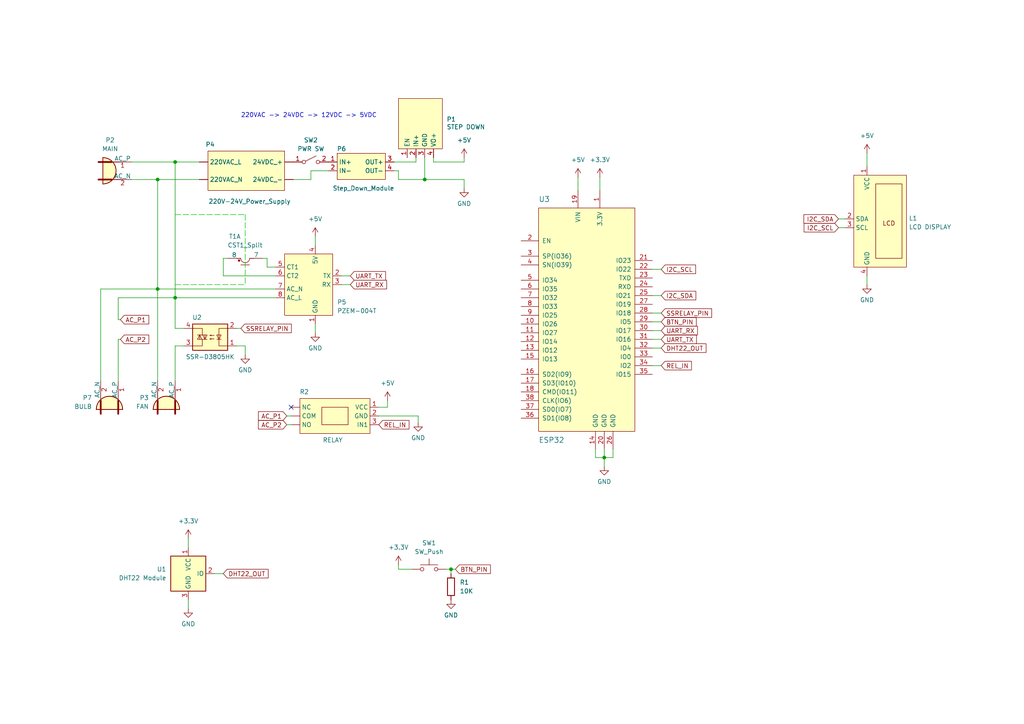
<source format=kicad_sch>
(kicad_sch (version 20230121) (generator eeschema)
  (paper "A4")
  (title_block (title "Poultry Farm IoT Project PCB"))
  (lib_symbols
    (symbol "Connector:Conn_WallPlug" (pin_names (offset 0))
      (property "Reference" "P" (at -1.27 4.445 0))
      (property "Value" "Conn_WallPlug" (at -5.715 0 90))
      (symbol "Conn_WallPlug_0_1"
        (arc (start -3.175 -3.81) (mid 0.6184 0) (end -3.175 3.81) (stroke (width 0.254)) (fill (type background)))
        (polyline (pts (xy -4.445 -2.54) (xy -0.635 -2.54)) (stroke (width 0.508)))
        (polyline (pts (xy -4.445 2.54) (xy -0.635 2.54)) (stroke (width 0.508)))
        (polyline (pts (xy -3.175 -3.81) (xy -3.175 3.81)) (stroke (width 0.254)))
        (polyline (pts (xy -0.635 -2.54) (xy 2.54 -2.54)))
        (polyline (pts (xy -0.635 2.54) (xy 2.54 2.54)))
      )
      (symbol "Conn_WallPlug_1_1"
        (pin power_out line (at 5.08 2.54 180) (length 5.08) (name "AC_P") (number "1"))
        (pin power_out line (at 5.08 -2.54 180) (length 5.08) (name "AC_N") (number "2"))
      )
    )
    (symbol "Custom Library:1_Channel_Relay_Module"
      (property "Reference" "R" (at 7.62 6.35 0))
      (property "Value" "1_Channel_Relay_Module" (at 0 -7.62 0))
      (symbol "1_Channel_Relay_Module_0_1"
        (rectangle (start -11.43 5.08) (end 8.89 -5.08) (stroke (width 0.1524)) (fill (type background)))
        (rectangle (start -5.08 2.54) (end 2.54 -2.54) (stroke (width 0.1524)))
      )
      (symbol "1_Channel_Relay_Module_1_1"
        (pin input line (at 11.43 0 180) (length 2.54) (name "COM") (number ""))
        (pin input line (at 11.43 2.54 180) (length 2.54) (name "NC") (number ""))
        (pin input line (at 11.43 -2.54 180) (length 2.54) (name "NO") (number ""))
        (pin input line (at -13.97 2.54 0) (length 2.54) (name "VCC") (number "1"))
        (pin input line (at -13.97 0 0) (length 2.54) (name "GND") (number "2"))
        (pin input line (at -13.97 -2.54 0) (length 2.54) (name "IN1") (number "3"))
      )
    )
    (symbol "Custom Library:220V-24V_Power_Supply"
      (property "Reference" "P" (at -9.525 8.255 0))
      (property "Value" "220V-24V_Power_Supply" (at 1.27 -8.255 0))
      (symbol "220V-24V_Power_Supply_0_1"
        (rectangle (start -10.16 6.35) (end 12.065 -5.08) (stroke (width 0.1524)) (fill (type background)))
      )
      (symbol "220V-24V_Power_Supply_1_1"
        (pin input line (at -12.7 3.175 0) (length 2.54) (name "220VAC_L") (number ""))
        (pin input line (at -12.7 -1.905 0) (length 2.54) (name "220VAC_N") (number ""))
        (pin input line (at 14.605 3.175 180) (length 2.54) (name "24VDC_+") (number ""))
        (pin input line (at 14.605 -1.905 180) (length 2.54) (name "24VDC_-") (number ""))
      )
    )
    (symbol "Custom Library:DHT11_Module"
      (property "Reference" "U" (at -3.81 6.35 0))
      (property "Value" "DHT11_Module" (at 3.81 6.35 0))
      (symbol "DHT11_Module_0_1"
        (rectangle (start -5.08 5.08) (end 5.08 -5.08) (stroke (width 0.254)) (fill (type background)))
      )
      (symbol "DHT11_Module_1_1"
        (pin power_in line (at 0 7.62 270) (length 2.54) (name "VCC") (number "1"))
        (pin bidirectional line (at 7.62 0 180) (length 2.54) (name "IO") (number "2"))
        (pin power_in line (at 0 -7.62 90) (length 2.54) (name "GND") (number "3"))
        (pin no_connect line (at -5.08 0 0) (length 2.54) hide (name "NC") (number "3"))
      )
    )
    (symbol "Custom Library:ESP32_Module-38" (pin_names (offset 1.016))
      (property "Reference" "U" (at -13.335 28.575 0))
      (property "Value" "ESP32_Module-38" (at 24.765 -35.56 0))
      (symbol "ESP32_Module-38_0_1"
        (rectangle (start -15.24 27.305) (end 12.7 -37.465) (stroke (width 0.1524)) (fill (type background)))
      )
      (symbol "ESP32_Module-38_1_1"
        (pin input line (at 2.54 32.385 270) (length 5.08) (name "3.3V") (number "1"))
        (pin input line (at -20.32 -6.35 0) (length 5.08) (name "IO26") (number "10"))
        (pin input line (at -20.32 -8.89 0) (length 5.08) (name "IO27") (number "11"))
        (pin input line (at -20.32 -11.43 0) (length 5.08) (name "IO14") (number "12"))
        (pin input line (at -20.32 -13.97 0) (length 5.08) (name "IO12") (number "13"))
        (pin input line (at 1.27 -42.545 90) (length 5.08) (name "GND") (number "14"))
        (pin input line (at -20.32 -16.51 0) (length 5.08) (name "IO13") (number "15"))
        (pin input line (at -20.32 -20.955 0) (length 5.08) (name "SD2(IO9)") (number "16"))
        (pin input line (at -20.32 -23.495 0) (length 5.08) (name "SD3(IO10)") (number "17"))
        (pin input line (at -20.32 -26.035 0) (length 5.08) (name "CMD(IO11)") (number "18"))
        (pin input line (at -3.81 32.385 270) (length 5.08) (name "VIN") (number "19"))
        (pin input line (at -20.32 17.78 0) (length 5.08) (name "EN") (number "2"))
        (pin input line (at 3.81 -42.545 90) (length 5.08) (name "GND") (number "20"))
        (pin input line (at 17.78 12.065 180) (length 5.08) (name "IO23") (number "21"))
        (pin input line (at 17.78 9.525 180) (length 5.08) (name "IO22") (number "22"))
        (pin input line (at 17.78 6.985 180) (length 5.08) (name "TXD") (number "23"))
        (pin input line (at 17.78 4.445 180) (length 5.08) (name "RXD") (number "24"))
        (pin input line (at 17.78 1.905 180) (length 5.08) (name "IO21") (number "25"))
        (pin input line (at 6.35 -42.545 90) (length 5.08) (name "GND") (number "26"))
        (pin input line (at 17.78 -0.635 180) (length 5.08) (name "IO19") (number "27"))
        (pin input line (at 17.78 -3.175 180) (length 5.08) (name "IO18") (number "28"))
        (pin input line (at 17.78 -5.715 180) (length 5.08) (name "IO5") (number "29"))
        (pin input line (at -20.32 13.335 0) (length 5.08) (name "SP(IO36)") (number "3"))
        (pin input line (at 17.78 -8.255 180) (length 5.08) (name "IO17") (number "30"))
        (pin input line (at 17.78 -10.795 180) (length 5.08) (name "IO16") (number "31"))
        (pin input line (at 17.78 -13.335 180) (length 5.08) (name "IO4") (number "32"))
        (pin input line (at 17.78 -15.875 180) (length 5.08) (name "IO0") (number "33"))
        (pin input line (at 17.78 -18.415 180) (length 5.08) (name "IO2") (number "34"))
        (pin input line (at 17.78 -20.955 180) (length 5.08) (name "IO15") (number "35"))
        (pin input line (at -20.32 -33.655 0) (length 5.08) (name "SD1(IO8)") (number "36"))
        (pin input line (at -20.32 -31.115 0) (length 5.08) (name "SD0(IO7)") (number "37"))
        (pin input line (at -20.32 -28.575 0) (length 5.08) (name "CLK(IO6)") (number "38"))
        (pin input line (at -20.32 10.795 0) (length 5.08) (name "SN(IO39)") (number "4"))
        (pin input line (at -20.32 6.35 0) (length 5.08) (name "IO34") (number "5"))
        (pin input line (at -20.32 3.81 0) (length 5.08) (name "IO35") (number "6"))
        (pin input line (at -20.32 1.27 0) (length 5.08) (name "IO32") (number "7"))
        (pin input line (at -20.32 -1.27 0) (length 5.08) (name "IO33") (number "8"))
        (pin input line (at -20.32 -3.81 0) (length 5.08) (name "IO25") (number "9"))
      )
    )
    (symbol "Custom Library:PZEM-004T_Module"
      (property "Reference" "P" (at 7.62 -5.08 0))
      (property "Value" "PZEM-004T" (at 12.7 -7.62 0))
      (symbol "PZEM-004T_Module_1_1"
        (rectangle (start -7.62 8.89) (end 6.35 -8.89) (fill (type background)))
        (pin input line (at 1.27 -11.43 90) (length 2.54) (name "GND") (number "1"))
        (pin input line (at 8.89 2.54 180) (length 2.54) (name "TX") (number "2"))
        (pin input line (at 8.89 0 180) (length 2.54) (name "RX") (number "3"))
        (pin input line (at 1.27 11.43 270) (length 2.54) (name "5V") (number "4"))
        (pin input line (at -10.16 5.08 0) (length 2.54) (name "CT1") (number "5"))
        (pin input line (at -10.16 2.54 0) (length 2.54) (name "CT2") (number "6"))
        (pin input line (at -10.16 -1.27 0) (length 2.54) (name "AC_N") (number "7"))
        (pin input line (at -10.16 -3.81 0) (length 2.54) (name "AC_L") (number "8"))
      )
    )
    (symbol "Custom Library:SSR-D3805HK"
      (property "Reference" "U?" (at 0 5.08 0))
      (property "Value" "SSR-D3805HK" (at 0 -5.715 0))
      (symbol "SSR-D3805HK_0_1"
        (rectangle (start -5.08 3.81) (end 5.08 -3.81) (stroke (width 0.254)) (fill (type background)))
        (polyline (pts (xy -3.175 -0.635) (xy -1.905 -0.635)))
        (polyline (pts (xy 1.524 -0.635) (xy 1.524 0.635)))
        (polyline (pts (xy 3.048 0.635) (xy 3.048 -0.635)))
        (polyline (pts (xy 2.286 -0.635) (xy 2.286 -2.54) (xy 5.08 -2.54)))
        (polyline (pts (xy 2.286 0.635) (xy 2.286 2.54) (xy 5.08 2.54)))
        (polyline (pts (xy -5.08 2.54) (xy -2.54 2.54) (xy -2.54 -2.54) (xy -5.08 -2.54)))
        (polyline (pts (xy -2.54 -0.635) (xy -3.175 0.635) (xy -1.905 0.635) (xy -2.54 -0.635)))
        (polyline (pts (xy 0.889 -0.635) (xy 3.683 -0.635) (xy 3.048 0.635) (xy 2.413 -0.635)))
        (polyline (pts (xy 3.683 0.635) (xy 0.889 0.635) (xy 1.524 -0.635) (xy 2.159 0.635)))
        (polyline (pts (xy -1.143 -0.508) (xy 0.127 -0.508) (xy -0.254 -0.635) (xy -0.254 -0.381) (xy 0.127 -0.508)))
        (polyline (pts (xy -1.143 0.508) (xy 0.127 0.508) (xy -0.254 0.381) (xy -0.254 0.635) (xy 0.127 0.508)))
      )
      (symbol "SSR-D3805HK_1_1"
        (pin passive line (at -7.62 -2.54 0) (length 2.54) (name "~") (number "1"))
        (pin passive line (at -7.62 2.54 0) (length 2.54) (name "~") (number "2"))
        (pin passive line (at 7.62 -2.54 180) (length 2.54) (name "~") (number "3"))
        (pin passive line (at 7.62 2.54 180) (length 2.54) (name "~") (number "4"))
      )
    )
    (symbol "Custom Library:Step_Down_Module"
      (property "Reference" "P" (at 3.81 6.35 0))
      (property "Value" "Step_Down_Module" (at 0.635 -6.35 0))
      (symbol "Step_Down_Module_0_1"
        (rectangle (start -7.62 3.81) (end 6.35 -3.81) (stroke (width 0.1524)) (fill (type background)))
      )
      (symbol "Step_Down_Module_1_1"
        (pin input line (at -10.16 1.27 0) (length 2.54) (name "IN+") (number "1"))
        (pin input line (at -10.16 -1.27 0) (length 2.54) (name "IN-") (number "2"))
        (pin input line (at 8.89 1.27 180) (length 2.54) (name "OUT+") (number "3"))
        (pin input line (at 8.89 -1.27 180) (length 2.54) (name "OUT-") (number "4"))
      )
    )
    (symbol "Custom Library:Step_Down_Module_Select"
      (property "Reference" "P" (at -6.985 5.715 0))
      (property "Value" "Step_Down_Module_Select" (at 0.635 -12.065 0))
      (symbol "Step_Down_Module_Select_0_1"
        (rectangle (start -7.62 3.81) (end 6.985 -8.89) (stroke (width 0.1524)) (fill (type background)))
      )
      (symbol "Step_Down_Module_Select_1_1"
        (pin input line (at -10.16 1.27 0) (length 2.54) (name "EN") (number "1"))
        (pin input line (at -10.16 -1.27 0) (length 2.54) (name "IN+") (number "2"))
        (pin input line (at -10.16 -3.81 0) (length 2.54) (name "GND") (number "3"))
        (pin input line (at -10.16 -6.35 0) (length 2.54) (name "VO+") (number "4"))
      )
    )
    (symbol "CustomLibrary:I2C_LCD_DISPLAY"
      (property "Reference" "L" (at -5.08 16.51 0))
      (property "Value" "I2C_LCD_DISPLAY" (at 10.16 -13.97 0))
      (symbol "I2C_LCD_DISPLAY_0_0"
        (text "LCD" (at 5.08 1.27 0) (effects (font (size 1.27 1.27))))
      )
      (symbol "I2C_LCD_DISPLAY_0_1"
        (rectangle (start -5.08 15.24) (end 10.16 -11.43) (stroke (width 0.1524)) (fill (type background)))
        (rectangle (start 1.27 12.7) (end 8.89 -8.89) (stroke (width 0.1524)))
      )
      (symbol "I2C_LCD_DISPLAY_1_1"
        (pin input line (at -1.27 17.78 270) (length 2.54) (name "VCC") (number "1"))
        (pin input line (at -7.62 2.54 0) (length 2.54) (name "SDA") (number "2"))
        (pin input line (at -7.62 0 0) (length 2.54) (name "SCL") (number "3"))
        (pin input line (at -1.27 -13.97 90) (length 2.54) (name "GND") (number "4"))
      )
    )
    (symbol "Device:R" (pin_numbers hide) (pin_names (offset 0))
      (property "Reference" "R" (at 2.032 0 90))
      (property "Value" "R" (at 0 0 90))
      (symbol "R_0_1"
        (rectangle (start -1.016 -2.54) (end 1.016 2.54) (stroke (width 0.254)))
      )
      (symbol "R_1_1"
        (pin passive line (at 0 3.81 270) (length 1.27) (name "~") (number "1"))
        (pin passive line (at 0 -3.81 90) (length 1.27) (name "~") (number "2"))
      )
    )
    (symbol "Switch:SW_Push" (pin_numbers hide) (pin_names (offset 1.016) hide)
      (property "Reference" "SW" (at 1.27 2.54 0))
      (property "Value" "SW_Push" (at 0 -1.524 0))
      (symbol "SW_Push_0_1"
        (circle (center -2.032 0) (radius 0.508))
        (polyline (pts (xy 0 1.27) (xy 0 3.048)))
        (polyline (pts (xy 2.54 1.27) (xy -2.54 1.27)))
        (circle (center 2.032 0) (radius 0.508))
        (pin passive line (at -5.08 0 0) (length 2.54) (name "1") (number "1"))
        (pin passive line (at 5.08 0 180) (length 2.54) (name "2") (number "2"))
      )
    )
    (symbol "Switch:SW_SPST" (pin_names (offset 0) hide)
      (property "Reference" "SW" (at 0 3.175 0))
      (property "Value" "SW_SPST" (at 0 -2.54 0))
      (symbol "SW_SPST_0_0"
        (circle (center -2.032 0) (radius 0.508))
        (polyline (pts (xy -1.524 0.254) (xy 1.524 1.778)))
        (circle (center 2.032 0) (radius 0.508))
      )
      (symbol "SW_SPST_1_1"
        (pin passive line (at -5.08 0 0) (length 2.54) (name "A") (number "1"))
        (pin passive line (at 5.08 0 180) (length 2.54) (name "B") (number "2"))
      )
    )
    (symbol "Transformer:CST1_Split" (pin_numbers hide) (pin_names (offset 0))
      (property "Reference" "T" (at 0 3.175 0))
      (property "Value" "CST1_Split" (at 0 -1.27 0))
      (symbol "CST1_Split_1_1"
        (circle (center -1.778 0.635) (radius 0.254) (fill (type outline)))
        (polyline (pts (xy -2.54 0) (xy -1.27 0)))
        (polyline (pts (xy -1.27 1.905) (xy 1.27 1.905)))
        (polyline (pts (xy 1.27 0) (xy 2.54 0)))
        (arc (start 1.27 0) (mid 0 1.2645) (end -1.27 0))
        (pin no_connect line (at 2.54 0 180) (length 2.54) hide (name "1") (number "1"))
        (pin no_connect line (at -2.54 0 0) (length 2.54) hide (name "5") (number "5"))
        (pin passive line (at 5.08 0 180) (length 3.81) (name "7") (number "7"))
        (pin passive line (at -5.08 0 0) (length 3.81) (name "8") (number "8"))
      )
      (symbol "CST1_Split_2_1"
        (circle (center -3.81 0) (radius 0.254) (fill (type outline)))
        (arc (start -2.54 0) (mid -3.81 1.2645) (end -5.08 0))
        (arc (start 0 0) (mid -1.27 1.2645) (end -2.54 0))
        (polyline (pts (xy -5.08 1.905) (xy 5.08 1.905)))
        (arc (start 2.54 0) (mid 1.27 1.2645) (end 0 0))
        (arc (start 5.08 0) (mid 3.81 1.2645) (end 2.54 0))
        (pin no_connect line (at -2.54 0 0) (length 2.54) hide (name "2") (number "2"))
        (pin no_connect line (at 2.54 0 180) (length 2.54) hide (name "3") (number "3"))
        (pin passive line (at 7.62 0 180) (length 2.54) (name "4") (number "4"))
        (pin passive line (at -7.62 0 0) (length 2.54) (name "6") (number "6"))
      )
    )
    (symbol "power:+3.3V" (power) (pin_names (offset 0))
      (property "Value" "+3.3V" (at 0 3.556 0))
      (symbol "+3.3V_0_1"
        (polyline (pts (xy -0.762 1.27) (xy 0 2.54)))
        (polyline (pts (xy 0 0) (xy 0 2.54)))
        (polyline (pts (xy 0 2.54) (xy 0.762 1.27)))
      )
      (symbol "+3.3V_1_1"
        (pin power_in line (at 0 0 90) (length 0) hide (name "+3.3V") (number "1"))
      )
    )
    (symbol "power:+5V" (power) (pin_names (offset 0))
      (property "Value" "+5V" (at 0 3.556 0))
      (symbol "+5V_0_1"
        (polyline (pts (xy -0.762 1.27) (xy 0 2.54)))
        (polyline (pts (xy 0 0) (xy 0 2.54)))
        (polyline (pts (xy 0 2.54) (xy 0.762 1.27)))
      )
      (symbol "+5V_1_1"
        (pin power_in line (at 0 0 90) (length 0) hide (name "+5V") (number "1"))
      )
    )
    (symbol "power:GND" (power) (pin_names (offset 0))
      (property "Value" "GND" (at 0 -3.81 0))
      (symbol "GND_0_1"
        (polyline (pts (xy 0 0) (xy 0 -1.27) (xy 1.27 -1.27) (xy 0 -2.54) (xy -1.27 -1.27) (xy 0 -1.27)))
      )
      (symbol "GND_1_1"
        (pin power_in line (at 0 0 270) (length 0) hide (name "GND") (number "1"))
      )
    )
  )
  (junction (at 45.72 52.07))
  (junction (at 123.19 52.07))
  (junction (at 50.8 86.36))
  (junction (at 50.8 46.99))
  (junction (at 45.72 83.82))
  (junction (at 175.26 132.715))
  (junction (at 130.81 165.1))
  (no_connect (at 84.455 118.11))
  (wire (pts (xy 91.44 68.58) (xy 91.44 71.12)))
  (wire (pts (xy 83.185 123.19) (xy 84.455 123.19)))
  (wire (pts (xy 115.57 165.1) (xy 119.38 165.1)))
  (polyline (pts (xy 50.8 62.23) (xy 71.12 62.23)) (stroke (width 0) (type dash) (color 0 194 0 1)))
  (wire (pts (xy 109.855 120.65) (xy 121.285 120.65)))
  (wire (pts (xy 50.8 86.36) (xy 50.8 95.25)))
  (wire (pts (xy 189.23 85.725) (xy 191.77 85.725)))
  (wire (pts (xy 68.58 95.25) (xy 69.85 95.25)))
  (wire (pts (xy 251.46 80.01) (xy 251.46 82.55)))
  (wire (pts (xy 76.2 74.93) (xy 77.47 74.93)))
  (wire (pts (xy 120.65 46.99) (xy 120.65 45.72)))
  (wire (pts (xy 114.3 46.99) (xy 120.65 46.99)))
  (wire (pts (xy 64.77 74.93) (xy 64.77 80.01)))
  (wire (pts (xy 129.54 165.1) (xy 130.81 165.1)))
  (wire (pts (xy 34.29 92.71) (xy 34.925 92.71)))
  (wire (pts (xy 54.61 156.21) (xy 54.61 158.75)))
  (wire (pts (xy 189.23 93.345) (xy 191.77 93.345)))
  (wire (pts (xy 114.3 49.53) (xy 115.57 49.53)))
  (wire (pts (xy 99.06 82.55) (xy 101.6 82.55)))
  (wire (pts (xy 80.01 83.82) (xy 45.72 83.82)))
  (wire (pts (xy 189.23 98.425) (xy 191.77 98.425)))
  (wire (pts (xy 83.185 120.65) (xy 84.455 120.65)))
  (wire (pts (xy 90.17 52.07) (xy 90.17 49.53)))
  (wire (pts (xy 77.47 74.93) (xy 77.47 77.47)))
  (wire (pts (xy 121.285 120.65) (xy 121.285 122.555)))
  (wire (pts (xy 189.23 90.805) (xy 191.77 90.805)))
  (wire (pts (xy 45.72 83.82) (xy 45.72 110.49)))
  (wire (pts (xy 50.8 46.99) (xy 50.8 86.36)))
  (wire (pts (xy 172.72 130.175) (xy 172.72 132.715)))
  (wire (pts (xy 175.26 132.715) (xy 175.26 135.255)))
  (wire (pts (xy 175.26 130.175) (xy 175.26 132.715)))
  (polyline (pts (xy 71.12 62.23) (xy 71.12 82.55)) (stroke (width 0) (type dash) (color 0 194 0 1)))
  (wire (pts (xy 50.8 46.99) (xy 57.785 46.99)))
  (wire (pts (xy 38.1 52.07) (xy 45.72 52.07)))
  (wire (pts (xy 189.23 95.885) (xy 191.77 95.885)))
  (wire (pts (xy 45.72 52.07) (xy 45.72 83.82)))
  (wire (pts (xy 45.72 83.82) (xy 29.21 83.82)))
  (wire (pts (xy 64.77 80.01) (xy 80.01 80.01)))
  (wire (pts (xy 54.61 173.99) (xy 54.61 176.53)))
  (wire (pts (xy 50.8 100.33) (xy 50.8 110.49)))
  (wire (pts (xy 177.8 132.715) (xy 177.8 130.175)))
  (wire (pts (xy 243.205 63.5) (xy 245.11 63.5)))
  (wire (pts (xy 243.205 66.04) (xy 245.11 66.04)))
  (wire (pts (xy 134.62 46.99) (xy 134.62 45.72)))
  (wire (pts (xy 134.62 52.07) (xy 134.62 54.61)))
  (wire (pts (xy 112.395 118.11) (xy 112.395 116.205)))
  (wire (pts (xy 34.29 86.36) (xy 34.29 92.71)))
  (wire (pts (xy 189.23 100.965) (xy 191.77 100.965)))
  (wire (pts (xy 34.29 98.425) (xy 34.29 110.49)))
  (wire (pts (xy 53.34 95.25) (xy 50.8 95.25)))
  (wire (pts (xy 189.23 106.045) (xy 191.77 106.045)))
  (wire (pts (xy 172.72 132.715) (xy 175.26 132.715)))
  (wire (pts (xy 62.23 166.37) (xy 64.77 166.37)))
  (wire (pts (xy 189.23 78.105) (xy 191.77 78.105)))
  (wire (pts (xy 115.57 163.83) (xy 115.57 165.1)))
  (wire (pts (xy 91.44 93.98) (xy 91.44 96.52)))
  (wire (pts (xy 45.72 52.07) (xy 57.785 52.07)))
  (wire (pts (xy 115.57 52.07) (xy 123.19 52.07)))
  (wire (pts (xy 90.17 49.53) (xy 95.25 49.53)))
  (wire (pts (xy 68.58 100.33) (xy 71.12 100.33)))
  (wire (pts (xy 71.12 100.33) (xy 71.12 102.87)))
  (wire (pts (xy 123.19 52.07) (xy 134.62 52.07)))
  (wire (pts (xy 34.29 98.425) (xy 34.925 98.425)))
  (wire (pts (xy 85.09 52.07) (xy 90.17 52.07)))
  (wire (pts (xy 173.99 51.435) (xy 173.99 55.245)))
  (wire (pts (xy 29.21 83.82) (xy 29.21 110.49)))
  (wire (pts (xy 50.8 86.36) (xy 80.01 86.36)))
  (wire (pts (xy 175.26 132.715) (xy 177.8 132.715)))
  (wire (pts (xy 167.64 51.435) (xy 167.64 55.245)))
  (wire (pts (xy 50.8 86.36) (xy 34.29 86.36)))
  (wire (pts (xy 115.57 49.53) (xy 115.57 52.07)))
  (wire (pts (xy 66.04 74.93) (xy 64.77 74.93)))
  (wire (pts (xy 123.19 52.07) (xy 123.19 45.72)))
  (wire (pts (xy 99.06 80.01) (xy 101.6 80.01)))
  (wire (pts (xy 130.81 165.1) (xy 130.81 166.37)))
  (wire (pts (xy 53.34 100.33) (xy 50.8 100.33)))
  (wire (pts (xy 130.81 165.1) (xy 132.08 165.1)))
  (wire (pts (xy 109.855 118.11) (xy 112.395 118.11)))
  (wire (pts (xy 38.1 46.99) (xy 50.8 46.99)))
  (wire (pts (xy 125.73 46.99) (xy 134.62 46.99)))
  (wire (pts (xy 125.73 45.72) (xy 125.73 46.99)))
  (wire (pts (xy 251.46 44.45) (xy 251.46 48.26)))
  (wire (pts (xy 77.47 77.47) (xy 80.01 77.47)))
  (polyline (pts (xy 50.8 82.55) (xy 71.12 82.55)) (stroke (width 0) (type dash) (color 0 194 0 1)))
  (text "220VAC -> 24VDC -> 12VDC -> 5VDC" (at 69.85 34.29 0) (effects (font (size 1.27 1.27)) (justify left bottom)))
  (global_label "I2C_SDA" (shape input) (at 243.205 63.5 180) (property "Intersheetrefs" "${INTERSHEET_REFS}" (effects hide)))
  (global_label "AC_P2" (shape input) (at 34.925 98.425 0) (property "Intersheetrefs" "${INTERSHEET_REFS}" (effects hide)))
  (global_label "SSRELAY_PIN" (shape input) (at 69.85 95.25 0) (property "Intersheetrefs" "${INTERSHEET_REFS}" (effects hide)))
  (global_label "AC_P1" (shape input) (at 34.925 92.71 0) (property "Intersheetrefs" "${INTERSHEET_REFS}" (effects hide)))
  (global_label "REL_IN" (shape input) (at 191.77 106.045 0) (property "Intersheetrefs" "${INTERSHEET_REFS}" (effects hide)))
  (global_label "BTN_PIN" (shape input) (at 191.77 93.345 0) (property "Intersheetrefs" "${INTERSHEET_REFS}" (effects hide)))
  (global_label "AC_P2" (shape input) (at 83.185 123.19 180) (property "Intersheetrefs" "${INTERSHEET_REFS}" (effects hide)))
  (global_label "DHT22_OUT" (shape input) (at 191.77 100.965 0) (property "Intersheetrefs" "${INTERSHEET_REFS}" (effects hide)))
  (global_label "I2C_SCL" (shape input) (at 243.205 66.04 180) (property "Intersheetrefs" "${INTERSHEET_REFS}" (effects hide)))
  (global_label "I2C_SCL" (shape input) (at 191.77 78.105 0) (property "Intersheetrefs" "${INTERSHEET_REFS}" (effects hide)))
  (global_label "DHT22_OUT" (shape input) (at 64.77 166.37 0) (property "Intersheetrefs" "${INTERSHEET_REFS}" (effects hide)))
  (global_label "UART_RX" (shape input) (at 101.6 82.55 0) (property "Intersheetrefs" "${INTERSHEET_REFS}" (effects hide)))
  (global_label "BTN_PIN" (shape input) (at 132.08 165.1 0) (property "Intersheetrefs" "${INTERSHEET_REFS}" (effects hide)))
  (global_label "UART_TX" (shape input) (at 191.77 98.425 0) (property "Intersheetrefs" "${INTERSHEET_REFS}" (effects hide)))
  (global_label "REL_IN" (shape input) (at 109.855 123.19 0) (property "Intersheetrefs" "${INTERSHEET_REFS}" (effects hide)))
  (global_label "AC_P1" (shape input) (at 83.185 120.65 180) (property "Intersheetrefs" "${INTERSHEET_REFS}" (effects hide)))
  (global_label "SSRELAY_PIN" (shape input) (at 191.77 90.805 0) (property "Intersheetrefs" "${INTERSHEET_REFS}" (effects hide)))
  (global_label "UART_RX" (shape input) (at 191.77 95.885 0) (property "Intersheetrefs" "${INTERSHEET_REFS}" (effects hide)))
  (global_label "I2C_SDA" (shape input) (at 191.77 85.725 0) (property "Intersheetrefs" "${INTERSHEET_REFS}" (effects hide)))
  (global_label "UART_TX" (shape input) (at 101.6 80.01 0) (property "Intersheetrefs" "${INTERSHEET_REFS}" (effects hide)))
  (symbol (lib_id "Custom Library:1_Channel_Relay_Module") (at 95.885 120.65 0) (mirror y) (unit 1)
    (property "Reference" "R2" (at 88.265 113.665 0))
    (property "Value" "RELAY" (at 96.52 127.635 0))
  )
  (symbol (lib_id "power:+5V") (at 91.44 68.58 0) (unit 1)
    (property "Reference" "#PWR06" (effects hide))
    (property "Value" "+5V" (at 91.44 63.5 0))
  )
  (symbol (lib_id "power:GND") (at 71.12 102.87 0) (unit 1)
    (property "Reference" "#PWR01" (effects hide))
    (property "Value" "GND" (at 71.12 107.3134 0))
  )
  (symbol (lib_id "power:+5V") (at 134.62 45.72 0) (unit 1)
    (property "Reference" "#PWR08" (effects hide))
    (property "Value" "+5V" (at 134.62 40.64 0))
  )
  (symbol (lib_id "Switch:SW_Push") (at 124.46 165.1 0) (unit 1)
    (property "Reference" "SW1" (at 124.46 157.48 0))
    (property "Value" "SW_Push" (at 124.46 160.02 0))
    (property "Footprint" "Connector_JST:JST_EH_B2B-EH-A_1x02_P2.50mm_Vertical" (effects hide))
  )
  (symbol (lib_id "Connector:Conn_WallPlug") (at 48.26 115.57 270) (mirror x) (unit 1)
    (property "Reference" "P3" (at 43.18 115.3795 90) (effects (justify right)))
    (property "Value" "FAN" (at 43.18 117.9195 90) (effects (justify right)))
  )
  (symbol (lib_id "power:GND") (at 251.46 82.55 0) (unit 1)
    (property "Reference" "#PWR016" (effects hide))
    (property "Value" "GND" (at 251.46 86.9934 0))
  )
  (symbol (lib_id "Device:R") (at 130.81 170.18 0) (unit 1)
    (property "Reference" "R1" (at 133.35 168.91 0) (effects (justify left)))
    (property "Value" "10K" (at 133.35 171.45 0) (effects (justify left)))
    (property "Footprint" "Resistor_THT:R_Axial_DIN0207_L6.3mm_D2.5mm_P10.16mm_Horizontal" (effects hide))
  )
  (symbol (lib_id "Custom Library:Step_Down_Module_Select") (at 119.38 35.56 90) (unit 1)
    (property "Reference" "P1" (at 129.54 34.6075 90) (effects (justify right)))
    (property "Value" "STEP DOWN" (at 129.54 36.83 90) (effects (justify right)))
    (property "Footprint" "Custom Library:Mini Step-Down" (effects hide))
  )
  (symbol (lib_id "power:GND") (at 134.62 54.61 0) (unit 1)
    (property "Reference" "#PWR09" (effects hide))
    (property "Value" "GND" (at 134.62 59.0534 0))
  )
  (symbol (lib_id "Custom Library:ESP32_Module-38") (at 171.45 87.63 0) (unit 1)
    (property "Reference" "U3" (at 156.21 57.785 0) (effects (font (size 1.524 1.524)) (justify left)))
    (property "Value" "ESP32" (at 156.21 127.635 0) (effects (font (size 1.524 1.524)) (justify left)))
    (property "Footprint" "Custom Library:ESP32-Module-38pin" (effects hide))
  )
  (symbol (lib_id "power:+3.3V") (at 54.61 156.21 0) (unit 1)
    (property "Reference" "#PWR04" (effects hide))
    (property "Value" "+3.3V" (at 54.61 151.13 0))
  )
  (symbol (lib_id "power:+5V") (at 251.46 44.45 0) (unit 1)
    (property "Reference" "#PWR015" (effects hide))
    (property "Value" "+5V" (at 251.46 39.37 0))
  )
  (symbol (lib_id "power:+5V") (at 167.64 51.435 0) (unit 1)
    (property "Reference" "#PWR010" (effects hide))
    (property "Value" "+5V" (at 167.64 46.355 0))
  )
  (symbol (lib_id "power:GND") (at 175.26 135.255 0) (unit 1)
    (property "Reference" "#PWR012" (effects hide))
    (property "Value" "GND" (at 175.26 139.6984 0))
  )
  (symbol (lib_id "power:+3.3V") (at 115.57 163.83 0) (unit 1)
    (property "Reference" "#PWR03" (effects hide))
    (property "Value" "+3.3V" (at 115.57 158.75 0))
  )
  (symbol (lib_id "Custom Library:Step_Down_Module") (at 105.41 48.26 0) (unit 1)
    (property "Reference" "P6" (at 99.06 43.18 0))
    (property "Value" "Step_Down_Module" (at 105.41 54.61 0))
  )
  (symbol (lib_id "power:GND") (at 91.44 96.52 0) (unit 1)
    (property "Reference" "#PWR07" (effects hide))
    (property "Value" "GND" (at 91.44 100.9634 0))
  )
  (symbol (lib_id "CustomLibrary:I2C_LCD_DISPLAY") (at 252.73 66.04 0) (unit 1)
    (property "Reference" "L1" (at 263.6012 63.3003 0) (effects (justify left)))
    (property "Value" "LCD DISPLAY" (at 263.6012 65.8372 0) (effects (justify left)))
    (property "Footprint" "Connector_JST:JST_EH_B4B-EH-A_1x04_P2.50mm_Vertical" (effects hide))
  )
  (symbol (lib_id "Custom Library:220V-24V_Power_Supply") (at 70.485 50.165 0) (unit 1)
    (property "Reference" "P4" (at 60.96 41.91 0))
    (property "Value" "220V-24V_Power_Supply" (at 72.39 58.42 0))
  )
  (symbol (lib_id "Connector:Conn_WallPlug") (at 33.02 49.53 0) (unit 1)
    (property "Reference" "P2" (at 31.9405 40.64 0))
    (property "Value" "MAIN" (at 31.9405 43.18 0))
  )
  (symbol (lib_id "Custom Library:PZEM-004T_Module") (at 90.17 82.55 0) (unit 1)
    (property "Reference" "P5" (at 97.79 87.63 0) (effects (justify left)))
    (property "Value" "PZEM-004T" (at 97.79 90.17 0) (effects (justify left)))
    (property "Footprint" "Connector_JST:JST_EH_B4B-EH-A_1x04_P2.50mm_Vertical" (effects hide))
  )
  (symbol (lib_id "Switch:SW_SPST") (at 90.17 46.99 0) (unit 1)
    (property "Reference" "SW2" (at 90.17 40.64 0))
    (property "Value" "PWR SW" (at 90.17 43.18 0))
  )
  (symbol (lib_id "power:GND") (at 121.285 122.555 0) (unit 1)
    (property "Reference" "#PWR018" (effects hide))
    (property "Value" "GND" (at 121.285 126.9984 0))
  )
  (symbol (lib_id "power:GND") (at 130.81 173.99 0) (unit 1)
    (property "Reference" "#PWR02" (effects hide))
    (property "Value" "GND" (at 130.81 178.4334 0))
  )
  (symbol (lib_id "Connector:Conn_WallPlug") (at 31.75 115.57 270) (mirror x) (unit 1)
    (property "Reference" "P7" (at 26.67 115.3795 90) (effects (justify right)))
    (property "Value" "BULB" (at 26.67 117.9195 90) (effects (justify right)))
  )
  (symbol (lib_id "power:+5V") (at 112.395 116.205 0) (unit 1)
    (property "Reference" "#PWR017" (effects hide))
    (property "Value" "+5V" (at 112.395 111.125 0))
  )
  (symbol (lib_id "Custom Library:DHT11_Module") (at 54.61 166.37 0) (unit 1)
    (property "Reference" "U1" (at 48.26 165.1 0) (effects (justify right)))
    (property "Value" "DHT22 Module" (at 48.26 167.64 0) (effects (justify right)))
    (property "Footprint" "Connector_JST:JST_EH_B3B-EH-A_1x03_P2.50mm_Vertical" (effects hide))
    (property "Datasheet" "http://akizukidenshi.com/download/ds/aosong/DHT11.pdf" (effects hide))
  )
  (symbol (lib_id "power:+3.3V") (at 173.99 51.435 0) (unit 1)
    (property "Reference" "#PWR011" (effects hide))
    (property "Value" "+3.3V" (at 173.99 46.355 0))
  )
  (symbol (lib_id "Transformer:CST1_Split") (at 71.12 74.93 0) (mirror x) (unit 1)
    (property "Reference" "T1" (at 69.85 68.58 0) (effects (justify right)))
    (property "Value" "CST1_Split" (at 76.2 71.12 0) (effects (justify right)))
    (property "Datasheet" "https://www.coilcraft.com/pdfs/cst.pdf" (effects hide))
  )
  (symbol (lib_id "Custom Library:SSR-D3805HK") (at 60.96 97.79 0) (mirror y) (unit 1)
    (property "Reference" "U2" (at 57.15 92.075 0))
    (property "Value" "SSR-D3805HK" (at 60.96 103.505 0))
    (property "Footprint" "Connector_JST:JST_EH_B2B-EH-A_1x02_P2.50mm_Vertical" (effects hide))
  )
  (symbol (lib_id "power:GND") (at 54.61 176.53 0) (unit 1)
    (property "Reference" "#PWR05" (effects hide))
    (property "Value" "GND" (at 54.61 180.9734 0))
  )
)
</source>
